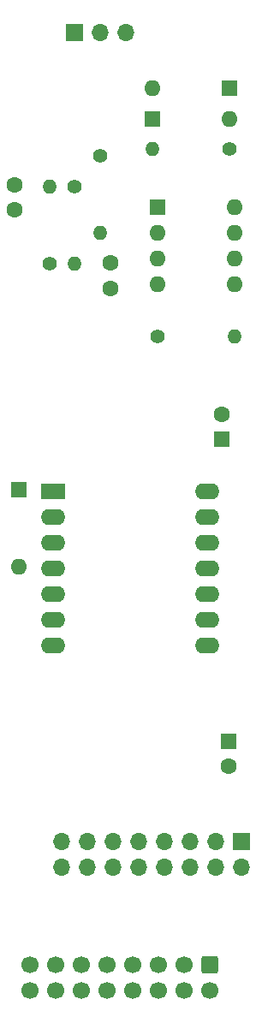
<source format=gts>
%TF.GenerationSoftware,KiCad,Pcbnew,(6.0.1)*%
%TF.CreationDate,2022-10-17T21:59:08-04:00*%
%TF.ProjectId,ER-VCO-03-DB,45522d56-434f-42d3-9033-2d44422e6b69,1*%
%TF.SameCoordinates,Original*%
%TF.FileFunction,Soldermask,Top*%
%TF.FilePolarity,Negative*%
%FSLAX46Y46*%
G04 Gerber Fmt 4.6, Leading zero omitted, Abs format (unit mm)*
G04 Created by KiCad (PCBNEW (6.0.1)) date 2022-10-17 21:59:08*
%MOMM*%
%LPD*%
G01*
G04 APERTURE LIST*
G04 Aperture macros list*
%AMRoundRect*
0 Rectangle with rounded corners*
0 $1 Rounding radius*
0 $2 $3 $4 $5 $6 $7 $8 $9 X,Y pos of 4 corners*
0 Add a 4 corners polygon primitive as box body*
4,1,4,$2,$3,$4,$5,$6,$7,$8,$9,$2,$3,0*
0 Add four circle primitives for the rounded corners*
1,1,$1+$1,$2,$3*
1,1,$1+$1,$4,$5*
1,1,$1+$1,$6,$7*
1,1,$1+$1,$8,$9*
0 Add four rect primitives between the rounded corners*
20,1,$1+$1,$2,$3,$4,$5,0*
20,1,$1+$1,$4,$5,$6,$7,0*
20,1,$1+$1,$6,$7,$8,$9,0*
20,1,$1+$1,$8,$9,$2,$3,0*%
G04 Aperture macros list end*
%ADD10R,1.600000X1.600000*%
%ADD11C,1.600000*%
%ADD12O,1.600000X1.600000*%
%ADD13R,1.700000X1.700000*%
%ADD14O,1.700000X1.700000*%
%ADD15C,1.400000*%
%ADD16O,1.400000X1.400000*%
%ADD17RoundRect,0.250000X-0.600000X0.600000X-0.600000X-0.600000X0.600000X-0.600000X0.600000X0.600000X0*%
%ADD18C,1.700000*%
%ADD19R,2.400000X1.600000*%
%ADD20O,2.400000X1.600000*%
G04 APERTURE END LIST*
D10*
%TO.C,C11*%
X75000000Y-47205113D03*
D11*
X75000000Y-44705113D03*
%TD*%
D10*
%TO.C,C9*%
X75692000Y-77026888D03*
D11*
X75692000Y-79526888D03*
%TD*%
D10*
%TO.C,D1*%
X68190000Y-15500000D03*
D12*
X75810000Y-15500000D03*
%TD*%
D13*
%TO.C,J1*%
X77000000Y-87000000D03*
D14*
X77000000Y-89540000D03*
X74460000Y-87000000D03*
X74460000Y-89540000D03*
X71920000Y-87000000D03*
X71920000Y-89540000D03*
X69380000Y-87000000D03*
X69380000Y-89540000D03*
X66840000Y-87000000D03*
X66840000Y-89540000D03*
X64300000Y-87000000D03*
X64300000Y-89540000D03*
X61760000Y-87000000D03*
X61760000Y-89540000D03*
X59220000Y-87000000D03*
X59220000Y-89540000D03*
%TD*%
D15*
%TO.C,R3*%
X75810000Y-18500000D03*
D16*
X68190000Y-18500000D03*
%TD*%
D11*
%TO.C,C2*%
X54500000Y-22000000D03*
X54500000Y-24500000D03*
%TD*%
D15*
%TO.C,R5*%
X60500000Y-22190000D03*
D16*
X60500000Y-29810000D03*
%TD*%
D10*
%TO.C,D2*%
X75810000Y-12500000D03*
D12*
X68190000Y-12500000D03*
%TD*%
D10*
%TO.C,U1*%
X68700000Y-24200000D03*
D12*
X68700000Y-26740000D03*
X68700000Y-29280000D03*
X68700000Y-31820000D03*
X76320000Y-31820000D03*
X76320000Y-29280000D03*
X76320000Y-26740000D03*
X76320000Y-24200000D03*
%TD*%
D10*
%TO.C,D3*%
X55000000Y-52197000D03*
D12*
X55000000Y-59817000D03*
%TD*%
D11*
%TO.C,C3*%
X64000000Y-29750000D03*
X64000000Y-32250000D03*
%TD*%
D17*
%TO.C,J5*%
X73837800Y-99120300D03*
D18*
X73837800Y-101660300D03*
X71297800Y-99120300D03*
X71297800Y-101660300D03*
X68757800Y-99120300D03*
X68757800Y-101660300D03*
X66217800Y-99120300D03*
X66217800Y-101660300D03*
X63677800Y-99120300D03*
X63677800Y-101660300D03*
X61137800Y-99120300D03*
X61137800Y-101660300D03*
X58597800Y-99120300D03*
X58597800Y-101660300D03*
X56057800Y-99120300D03*
X56057800Y-101660300D03*
%TD*%
D19*
%TO.C,U2*%
X58380000Y-52380000D03*
D20*
X58380000Y-54920000D03*
X58380000Y-57460000D03*
X58380000Y-60000000D03*
X58380000Y-62540000D03*
X58380000Y-65080000D03*
X58380000Y-67620000D03*
X73620000Y-67620000D03*
X73620000Y-65080000D03*
X73620000Y-62540000D03*
X73620000Y-60000000D03*
X73620000Y-57460000D03*
X73620000Y-54920000D03*
X73620000Y-52380000D03*
%TD*%
D15*
%TO.C,R2*%
X63000000Y-19190000D03*
D16*
X63000000Y-26810000D03*
%TD*%
D15*
%TO.C,R6*%
X68690000Y-37000000D03*
D16*
X76310000Y-37000000D03*
%TD*%
D15*
%TO.C,R4*%
X58000000Y-29810000D03*
D16*
X58000000Y-22190000D03*
%TD*%
D13*
%TO.C,J2*%
X60500000Y-7000000D03*
D14*
X63040000Y-7000000D03*
X65580000Y-7000000D03*
%TD*%
M02*

</source>
